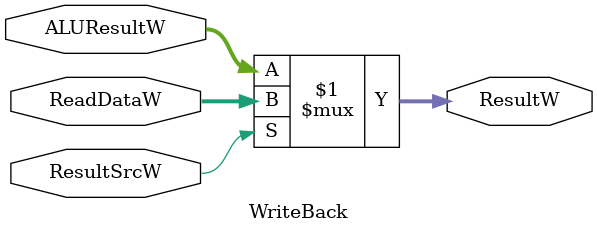
<source format=sv>
module WriteBack (
    input logic          ResultSrcW,
    input logic [31:0]   ALUResultW,
    input logic [31:0]   ReadDataW,

    output logic [31:0]  ResultW
);
assign ResultW = ResultSrcW ? ReadDataW : ALUResultW;
    
endmodule

</source>
